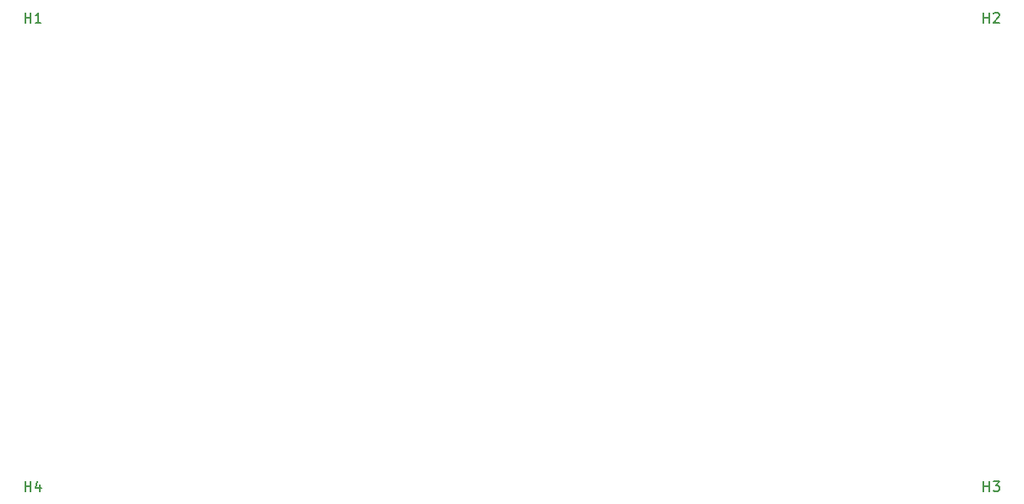
<source format=gbr>
G04 #@! TF.GenerationSoftware,KiCad,Pcbnew,5.0.2+dfsg1-1*
G04 #@! TF.CreationDate,2019-07-23T09:41:23-06:00*
G04 #@! TF.ProjectId,hl2-panel,686c322d-7061-46e6-956c-2e6b69636164,rev?*
G04 #@! TF.SameCoordinates,Original*
G04 #@! TF.FileFunction,Legend,Top*
G04 #@! TF.FilePolarity,Positive*
%FSLAX46Y46*%
G04 Gerber Fmt 4.6, Leading zero omitted, Abs format (unit mm)*
G04 Created by KiCad (PCBNEW 5.0.2+dfsg1-1) date Tue 23 Jul 2019 09:41:23 AM MDT*
%MOMM*%
%LPD*%
G01*
G04 APERTURE LIST*
%ADD10C,0.150000*%
G04 APERTURE END LIST*
G04 #@! TO.C,H1*
D10*
X64075759Y-145413784D02*
X64075759Y-144413784D01*
X64075759Y-144889975D02*
X64647187Y-144889975D01*
X64647187Y-145413784D02*
X64647187Y-144413784D01*
X65647187Y-145413784D02*
X65075759Y-145413784D01*
X65361473Y-145413784D02*
X65361473Y-144413784D01*
X65266235Y-144556642D01*
X65170997Y-144651880D01*
X65075759Y-144699499D01*
G04 #@! TO.C,H4*
X64073942Y-192335091D02*
X64073942Y-191335091D01*
X64073942Y-191811282D02*
X64645370Y-191811282D01*
X64645370Y-192335091D02*
X64645370Y-191335091D01*
X65550132Y-191668425D02*
X65550132Y-192335091D01*
X65312037Y-191287472D02*
X65073942Y-192001758D01*
X65692989Y-192001758D01*
G04 #@! TO.C,H3*
X159893720Y-192328678D02*
X159893720Y-191328678D01*
X159893720Y-191804869D02*
X160465148Y-191804869D01*
X160465148Y-192328678D02*
X160465148Y-191328678D01*
X160846101Y-191328678D02*
X161465148Y-191328678D01*
X161131815Y-191709631D01*
X161274672Y-191709631D01*
X161369910Y-191757250D01*
X161417529Y-191804869D01*
X161465148Y-191900107D01*
X161465148Y-192138202D01*
X161417529Y-192233440D01*
X161369910Y-192281059D01*
X161274672Y-192328678D01*
X160988958Y-192328678D01*
X160893720Y-192281059D01*
X160846101Y-192233440D01*
G04 #@! TO.C,H2*
X159887308Y-145412074D02*
X159887308Y-144412074D01*
X159887308Y-144888265D02*
X160458736Y-144888265D01*
X160458736Y-145412074D02*
X160458736Y-144412074D01*
X160887308Y-144507313D02*
X160934927Y-144459694D01*
X161030165Y-144412074D01*
X161268260Y-144412074D01*
X161363498Y-144459694D01*
X161411117Y-144507313D01*
X161458736Y-144602551D01*
X161458736Y-144697789D01*
X161411117Y-144840646D01*
X160839689Y-145412074D01*
X161458736Y-145412074D01*
G04 #@! TD*
M02*

</source>
